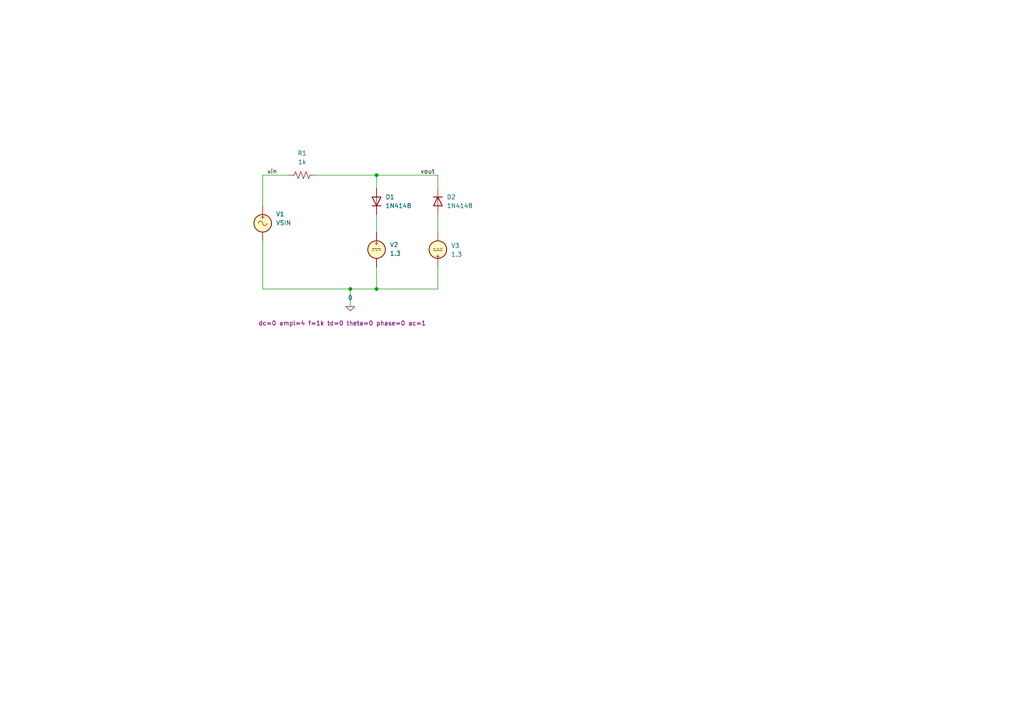
<source format=kicad_sch>
(kicad_sch (version 20250114) (generator "eeschema") (generator_version "9.0")
  (paper "A4")
  (lib_symbols
    (symbol "Device:D" (pin_numbers (hide yes)) (pin_names (offset 1.016) (hide yes))
      (property "Reference" "D" (at 0 2.54 0))
      (property "Value" "D" (at 0 -2.54 0))
      (symbol "D_0_1"
        (polyline (pts (xy -1.27 1.27) (xy -1.27 -1.27)) (stroke (width 0.254)))
        (polyline (pts (xy 1.27 1.27) (xy 1.27 -1.27) (xy -1.27 0) (xy 1.27 1.27)) (stroke (width 0.254)))
        (polyline (pts (xy 1.27 0) (xy -1.27 0)))
      )
      (symbol "D_1_1"
        (pin passive line (at -3.81 0 0) (length 2.54) (name "K") (number "1"))
        (pin passive line (at 3.81 0 180) (length 2.54) (name "A") (number "2"))
      )
    )
    (symbol "Device:R_US" (pin_numbers (hide yes)) (pin_names (offset 0))
      (property "Reference" "R" (at 2.54 0 90))
      (property "Value" "R_US" (at -2.54 0 90))
      (symbol "R_US_0_1"
        (polyline (pts (xy 0 2.286) (xy 0 2.54)))
        (polyline (pts (xy 0 2.286) (xy 1.016 1.905) (xy 0 1.524) (xy -1.016 1.143) (xy 0 0.762)))
        (polyline (pts (xy 0 0.762) (xy 1.016 0.381) (xy 0 0) (xy -1.016 -0.381) (xy 0 -0.762)))
        (polyline (pts (xy 0 -0.762) (xy 1.016 -1.143) (xy 0 -1.524) (xy -1.016 -1.905) (xy 0 -2.286)))
        (polyline (pts (xy 0 -2.286) (xy 0 -2.54)))
      )
      (symbol "R_US_1_1"
        (pin passive line (at 0 3.81 270) (length 1.27) (name "~") (number "1"))
        (pin passive line (at 0 -3.81 90) (length 1.27) (name "~") (number "2"))
      )
    )
    (symbol "Simulation_SPICE:0" (power) (pin_numbers (hide yes)) (pin_names (offset 0) (hide yes))
      (property "Value" "0" (at 0 -2.54 0))
      (symbol "0_0_1"
        (polyline (pts (xy -1.27 0) (xy 0 -1.27) (xy 1.27 0) (xy -1.27 0)))
      )
      (symbol "0_1_1"
        (pin power_in line (at 0 0 0) (length 0) (name "~") (number "1"))
      )
    )
    (symbol "Simulation_SPICE:VDC" (pin_numbers (hide yes)) (pin_names (offset 0.0254))
      (property "Reference" "V" (at 2.54 2.54 0))
      (property "Value" "1" (at 2.54 0 0))
      (symbol "VDC_0_0"
        (polyline (pts (xy -1.27 0.254) (xy 1.27 0.254)))
        (polyline (pts (xy -0.762 -0.254) (xy -1.27 -0.254)))
        (polyline (pts (xy 0.254 -0.254) (xy -0.254 -0.254)))
        (polyline (pts (xy 1.27 -0.254) (xy 0.762 -0.254)))
        (text "+" (at 0 1.905 0) (effects (font (size 1.27 1.27))))
      )
      (symbol "VDC_0_1"
        (circle (center 0 0) (radius 2.54) (stroke (width 0.254)) (fill (type background)))
      )
      (symbol "VDC_1_1"
        (pin passive line (at 0 5.08 270) (length 2.54) (name "~") (number "1"))
        (pin passive line (at 0 -5.08 90) (length 2.54) (name "~") (number "2"))
      )
    )
    (symbol "Simulation_SPICE:VSIN" (pin_numbers (hide yes)) (pin_names (offset 0.0254))
      (property "Reference" "V" (at 2.54 2.54 0))
      (property "Value" "VSIN" (at 2.54 0 0))
      (property "Sim.Params" "dc=0 ampl=1 f=1k ac=1" (at 2.54 -2.54 0))
      (symbol "VSIN_0_0"
        (arc (start -1.27 0) (mid -0.635 0.6323) (end 0 0))
        (arc (start 1.27 0) (mid 0.635 -0.6323) (end 0 0))
        (text "+" (at 0 1.905 0) (effects (font (size 1.27 1.27))))
      )
      (symbol "VSIN_0_1"
        (circle (center 0 0) (radius 2.54) (stroke (width 0.254)) (fill (type background)))
      )
      (symbol "VSIN_1_1"
        (pin passive line (at 0 5.08 270) (length 2.54) (name "~") (number "1"))
        (pin passive line (at 0 -5.08 90) (length 2.54) (name "~") (number "2"))
      )
    )
  )
  (junction (at 109.22 83.82))
  (junction (at 109.22 50.8))
  (junction (at 101.6 83.82))
  (wire (pts (xy 76.2 50.8) (xy 83.82 50.8)))
  (wire (pts (xy 76.2 59.69) (xy 76.2 50.8)))
  (wire (pts (xy 127 62.23) (xy 127 67.31)))
  (wire (pts (xy 109.22 62.23) (xy 109.22 67.31)))
  (wire (pts (xy 76.2 69.85) (xy 76.2 83.82)))
  (wire (pts (xy 127 77.47) (xy 127 83.82)))
  (wire (pts (xy 127 83.82) (xy 109.22 83.82)))
  (wire (pts (xy 101.6 83.82) (xy 101.6 88.9)))
  (wire (pts (xy 109.22 50.8) (xy 109.22 54.61)))
  (wire (pts (xy 109.22 50.8) (xy 127 50.8)))
  (wire (pts (xy 127 50.8) (xy 127 54.61)))
  (wire (pts (xy 91.44 50.8) (xy 109.22 50.8)))
  (wire (pts (xy 101.6 83.82) (xy 76.2 83.82)))
  (wire (pts (xy 109.22 83.82) (xy 101.6 83.82)))
  (wire (pts (xy 109.22 77.47) (xy 109.22 83.82)))
  (label "vin" (at 77.47 50.8 0))
  (label "vout" (at 121.92 50.8 0))
  (symbol (lib_id "Device:D") (at 109.22 58.42 90) (unit 1)
    (property "Reference" "D1" (at 111.76 57.1499 90) (effects (justify right)))
    (property "Value" "1N4148" (at 111.76 59.6899 90) (effects (justify right)))
    (property "Description" "Diode" (effects (hide yes)))
    (property "Sim.Device" "D" (effects (hide yes)))
    (property "Sim.Pins" "1=K 2=A" (effects (hide yes)))
    (property "Sim.Library" "1N4148.mod" (effects (hide yes)))
    (property "Sim.Name" "D1N4148" (effects (hide yes)))
  )
  (symbol (lib_id "Simulation_SPICE:0") (at 101.6 88.9 0) (unit 1)
    (property "Reference" "#GND01" (effects (hide yes)))
    (property "Value" "0" (at 101.6 86.36 0))
    (property "Datasheet" "https://ngspice.sourceforge.io/docs/ngspice-html-manual/manual.xhtml#subsec_Circuit_elements__device" (effects (hide yes)))
    (property "Description" "0V reference potential for simulation" (effects (hide yes)))
  )
  (symbol (lib_id "Simulation_SPICE:VDC") (at 109.22 72.39 0) (unit 1)
    (property "Reference" "V2" (at 113.03 70.9901 0) (effects (justify left)))
    (property "Value" "1.3" (at 113.03 73.5301 0) (effects (justify left)))
    (property "Datasheet" "https://ngspice.sourceforge.io/docs/ngspice-html-manual/manual.xhtml#sec_Independent_Sources_for" (effects (hide yes)))
    (property "Description" "Voltage source, DC" (effects (hide yes)))
    (property "Sim.Pins" "1=+ 2=-" (effects (hide yes)))
    (property "Sim.Type" "DC" (effects (hide yes)))
    (property "Sim.Device" "V" (effects (hide yes)))
  )
  (symbol (lib_id "Simulation_SPICE:VDC") (at 127 72.39 180) (unit 1)
    (property "Reference" "V3" (at 130.81 71.2497 0) (effects (justify right)))
    (property "Value" "1.3" (at 130.81 73.7897 0) (effects (justify right)))
    (property "Datasheet" "https://ngspice.sourceforge.io/docs/ngspice-html-manual/manual.xhtml#sec_Independent_Sources_for" (effects (hide yes)))
    (property "Description" "Voltage source, DC" (effects (hide yes)))
    (property "Sim.Pins" "1=+ 2=-" (effects (hide yes)))
    (property "Sim.Type" "DC" (effects (hide yes)))
    (property "Sim.Device" "V" (effects (hide yes)))
  )
  (symbol (lib_id "Simulation_SPICE:VSIN") (at 76.2 64.77 0) (unit 1)
    (property "Reference" "V1" (at 80.01 62.1001 0) (effects (justify left)))
    (property "Value" "VSIN" (at 80.01 64.6401 0) (effects (justify left)))
    (property "Datasheet" "https://ngspice.sourceforge.io/docs/ngspice-html-manual/manual.xhtml#sec_Independent_Sources_for" (effects (hide yes)))
    (property "Description" "Voltage source, sinusoidal" (effects (hide yes)))
    (property "Sim.Pins" "1=+ 2=-" (effects (hide yes)))
    (property "Sim.Params" "dc=0 ampl=4 f=1k td=0 theta=0 phase=0 ac=1" (at 74.93 93.726 0) (effects (justify left)))
    (property "Sim.Type" "SIN" (effects (hide yes)))
    (property "Sim.Device" "V" (effects (hide yes)))
  )
  (symbol (lib_id "Device:R_US") (at 87.63 50.8 90) (unit 1)
    (property "Reference" "R1" (at 87.63 44.45 90))
    (property "Value" "1k" (at 87.63 46.99 90))
    (property "Description" "Resistor, US symbol" (effects (hide yes)))
  )
  (symbol (lib_id "Device:D") (at 127 58.42 270) (unit 1)
    (property "Reference" "D2" (at 129.54 57.1499 90) (effects (justify left)))
    (property "Value" "1N4148" (at 129.54 59.6899 90) (effects (justify left)))
    (property "Description" "Diode" (effects (hide yes)))
    (property "Sim.Device" "D" (effects (hide yes)))
    (property "Sim.Pins" "1=K 2=A" (effects (hide yes)))
    (property "Sim.Library" "1N4148.mod" (effects (hide yes)))
    (property "Sim.Name" "D1N4148" (effects (hide yes)))
  )
)
</source>
